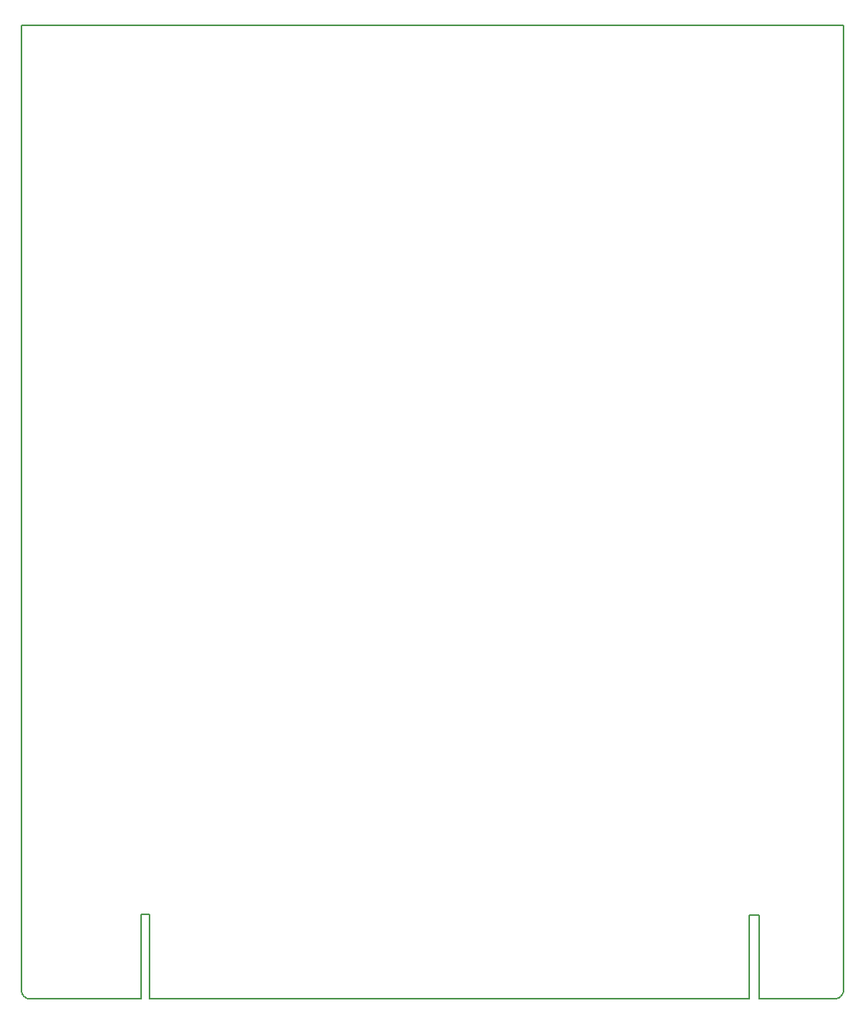
<source format=gbr>
G04 #@! TF.FileFunction,Profile,NP*
%FSLAX46Y46*%
G04 Gerber Fmt 4.6, Leading zero omitted, Abs format (unit mm)*
G04 Created by KiCad (PCBNEW 4.0.7) date 07/15/18 20:55:20*
%MOMM*%
%LPD*%
G01*
G04 APERTURE LIST*
%ADD10C,0.100000*%
%ADD11C,0.150000*%
G04 APERTURE END LIST*
D10*
D11*
X76141580Y-144539460D02*
G75*
G03X77141580Y-145539460I1000000J0D01*
G01*
X165941500Y-145539460D02*
G75*
G03X166941500Y-144539460I0J1000000D01*
G01*
X157581600Y-145539460D02*
X165941500Y-145539460D01*
X90302080Y-145539460D02*
X156545280Y-145539460D01*
X90302080Y-136184640D02*
X90302080Y-145539460D01*
X89367360Y-136184640D02*
X90302080Y-136184640D01*
X89367360Y-145539460D02*
X89367360Y-136184640D01*
X157581600Y-136245600D02*
X157581600Y-145539460D01*
X156545280Y-136245600D02*
X157581600Y-136245600D01*
X156545280Y-145539460D02*
X156545280Y-136245600D01*
X76141580Y-38049200D02*
X76141580Y-144539460D01*
X166941500Y-38049200D02*
X76141580Y-38049200D01*
X166941500Y-144539460D02*
X166941500Y-38049200D01*
X77141580Y-145539460D02*
X89367360Y-145539460D01*
M02*

</source>
